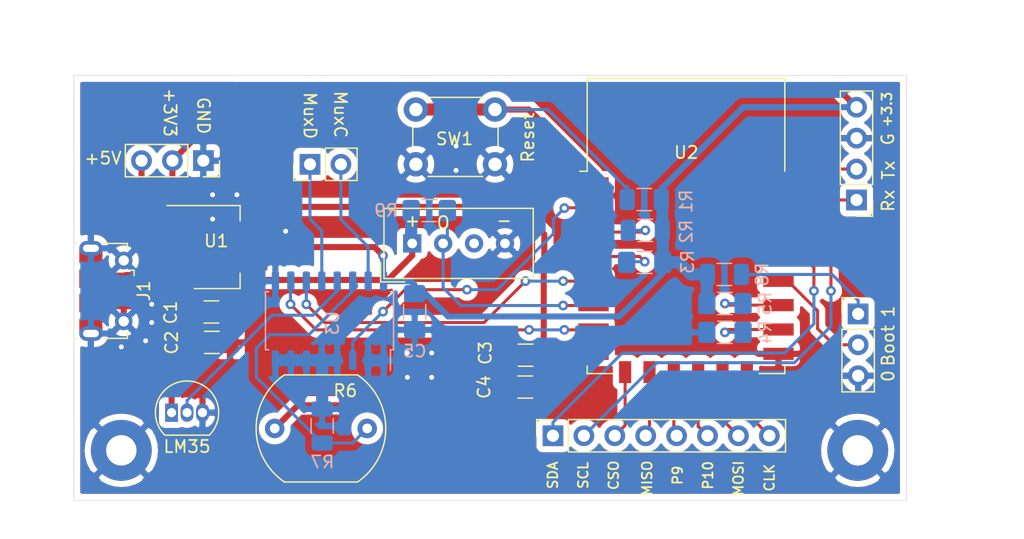
<source format=kicad_pcb>
(kicad_pcb (version 20171130) (host pcbnew "(5.1.5)-3")
  (layers (0 F.Cu signal) (31 B.Cu signal) (34 B.Paste user) (35 F.Paste user) (36 B.SilkS user) (37 F.SilkS user) (38 B.Mask user) (39 F.Mask user) (44 Edge.Cuts user))
  (net 0 "")
  (net 1 GND)
  (net 2 +5V)
  (net 3 +3V3)
  (net 4 "Net-(J1-Pad2)")
  (net 5 "Net-(J1-Pad4)")
  (net 6 "Net-(J1-Pad3)")
  (net 7 RX)
  (net 8 TX)
  (net 9 SDA)
  (net 10 SCL)
  (net 11 CSO)
  (net 12 MISO)
  (net 13 GPIO9)
  (net 14 GPIO10)
  (net 15 MOSI)
  (net 16 SCLK)
  (net 17 "Net-(J4-Pad1)")
  (net 18 GPIO_0)
  (net 19 SensorD)
  (net 20 SensorC)
  (net 21 RST)
  (net 22 "Net-(R2-Pad1)")
  (net 23 "Net-(R3-Pad1)")
  (net 24 "Net-(R4-Pad1)")
  (net 25 "Net-(R5-Pad2)")
  (net 26 LDROut)
  (net 27 ADC)
  (net 28 MuxA)
  (net 29 DHTOut)
  (net 30 MuxB)
  (net 31 TempOut)
  (net 32 "Net-(U5-Pad3)")
  (module MountingHole:MountingHole_2.5mm_Pad (layer F.Cu) (at 105.5 107)
    (fp_text reference REF** hide)
    (fp_text value MountingHole_2.5mm_Pad)
    (pad 1 thru_hole circle (at 0 0) (size 5 5) (drill 2.5) (layers *.Cu *.Mask) (net 1 GND))
  )
  (module MountingHole:MountingHole_2.5mm_Pad (layer F.Cu) (at 166 107)
    (fp_text reference REF** hide)
    (fp_text value MountingHole_2.5mm_Pad)
    (pad 1 thru_hole circle (at 0 0) (size 5 5) (drill 2.5) (layers *.Cu *.Mask) (net 1 GND))
  )
  (module Capacitor_SMD:C_1206_3216Metric_Pad1.42x1.75mm_HandSolder (layer F.Cu) (at 112.902 95.632)
    (fp_text reference C1 (at -3.35 0.04 90) (layer F.SilkS))
    (fp_text value 0.1u)
    (fp_line (start -0.602064 0.91) (end 0.602064 0.91) (layer F.SilkS) (width 0.12))
    (fp_line (start -0.602064 -0.91) (end 0.602064 -0.91) (layer F.SilkS) (width 0.12))
    (pad 2 smd roundrect (at 1.4875 0) (size 1.425 1.75) (layers F.Cu F.Paste F.Mask) (roundrect_rratio 0.175439) (net 1 GND))
    (pad 1 smd roundrect (at -1.4875 0) (size 1.425 1.75) (layers F.Cu F.Paste F.Mask) (roundrect_rratio 0.175439) (net 2 +5V))
  )
  (module Capacitor_SMD:C_1206_3216Metric_Pad1.42x1.75mm_HandSolder (layer F.Cu) (at 112.9395 98.132)
    (fp_text reference C2 (at -3.3075 0.02 90) (layer F.SilkS))
    (fp_text value 0.1u)
    (fp_line (start -0.602064 -0.91) (end 0.602064 -0.91) (layer F.SilkS) (width 0.12))
    (fp_line (start -0.602064 0.91) (end 0.602064 0.91) (layer F.SilkS) (width 0.12))
    (pad 1 smd roundrect (at -1.4875 0) (size 1.425 1.75) (layers F.Cu F.Paste F.Mask) (roundrect_rratio 0.175439) (net 2 +5V))
    (pad 2 smd roundrect (at 1.4875 0) (size 1.425 1.75) (layers F.Cu F.Paste F.Mask) (roundrect_rratio 0.175439) (net 1 GND))
  )
  (module Capacitor_SMD:C_1206_3216Metric_Pad1.42x1.75mm_HandSolder (layer F.Cu) (at 138.7165 99.18 180)
    (fp_text reference C3 (at 3.3165 0.18 90) (layer F.SilkS))
    (fp_text value 0.1u)
    (fp_line (start -0.602064 0.91) (end 0.602064 0.91) (layer F.SilkS) (width 0.12))
    (fp_line (start -0.602064 -0.91) (end 0.602064 -0.91) (layer F.SilkS) (width 0.12))
    (pad 2 smd roundrect (at 1.4875 0 180) (size 1.425 1.75) (layers F.Cu F.Paste F.Mask) (roundrect_rratio 0.175439) (net 1 GND))
    (pad 1 smd roundrect (at -1.4875 0 180) (size 1.425 1.75) (layers F.Cu F.Paste F.Mask) (roundrect_rratio 0.175439) (net 3 +3V3))
  )
  (module Capacitor_SMD:C_1206_3216Metric_Pad1.42x1.75mm_HandSolder (layer F.Cu) (at 138.6875 101.8 180)
    (fp_text reference C4 (at 3.3875 0 90) (layer F.SilkS))
    (fp_text value 0.1u)
    (fp_line (start -0.602064 -0.91) (end 0.602064 -0.91) (layer F.SilkS) (width 0.12))
    (fp_line (start -0.602064 0.91) (end 0.602064 0.91) (layer F.SilkS) (width 0.12))
    (pad 1 smd roundrect (at -1.4875 0 180) (size 1.425 1.75) (layers F.Cu F.Paste F.Mask) (roundrect_rratio 0.175439) (net 3 +3V3))
    (pad 2 smd roundrect (at 1.4875 0 180) (size 1.425 1.75) (layers F.Cu F.Paste F.Mask) (roundrect_rratio 0.175439) (net 1 GND))
  )
  (module Capacitor_SMD:C_1206_3216Metric_Pad1.42x1.75mm_HandSolder (layer B.Cu) (at 129.6 95.6125 270)
    (fp_text reference C5 (at 3.2375 0 180) (layer B.SilkS) (effects (justify mirror)))
    (fp_text value 0.1u)
    (fp_line (start -0.602064 0.91) (end 0.602064 0.91) (layer B.SilkS) (width 0.12))
    (fp_line (start -0.602064 -0.91) (end 0.602064 -0.91) (layer B.SilkS) (width 0.12))
    (pad 1 smd roundrect (at -1.4875 0 270) (size 1.425 1.75) (layers B.Cu B.Paste B.Mask) (roundrect_rratio 0.175439) (net 3 +3V3))
    (pad 2 smd roundrect (at 1.4875 0 270) (size 1.425 1.75) (layers B.Cu B.Paste B.Mask) (roundrect_rratio 0.175439) (net 1 GND))
  )
  (module Connector_USB:USB_Micro-B_Molex-105017-0001 (layer F.Cu) (at 104.2375 93.9 270)
    (fp_text reference J1 (at 0 -3.1125 90) (layer F.SilkS))
    (fp_text value USB_B_Micro)
    (fp_line (start -3.9 -1.7625) (end -3.45 -1.7625) (layer F.SilkS) (width 0.12))
    (fp_line (start -3.9 0.0875) (end -3.9 -1.7625) (layer F.SilkS) (width 0.12))
    (fp_line (start 3.9 2.6375) (end 3.9 2.3875) (layer F.SilkS) (width 0.12))
    (fp_line (start -3.9 2.6375) (end -3.9 2.3875) (layer F.SilkS) (width 0.12))
    (fp_line (start 3.9 0.0875) (end 3.9 -1.7625) (layer F.SilkS) (width 0.12))
    (fp_line (start 3.9 -1.7625) (end 3.45 -1.7625) (layer F.SilkS) (width 0.12))
    (fp_line (start -1.7 -2.3125) (end -1.25 -2.3125) (layer F.SilkS) (width 0.12))
    (fp_line (start -1.7 -2.3125) (end -1.7 -1.8625) (layer F.SilkS) (width 0.12))
    (pad 6 smd rect (at 1 1.2375 270) (size 1.5 1.9) (layers F.Cu F.Paste F.Mask) (net 1 GND))
    (pad 6 thru_hole circle (at -2.5 -1.4625 270) (size 1.45 1.45) (drill 0.85) (layers *.Cu *.Mask) (net 1 GND))
    (pad 2 smd rect (at -0.65 -1.4625 270) (size 0.4 1.35) (layers F.Cu F.Paste F.Mask) (net 4 "Net-(J1-Pad2)"))
    (pad 1 smd rect (at -1.3 -1.4625 270) (size 0.4 1.35) (layers F.Cu F.Paste F.Mask) (net 2 +5V))
    (pad 5 smd rect (at 1.3 -1.4625 270) (size 0.4 1.35) (layers F.Cu F.Paste F.Mask) (net 1 GND))
    (pad 4 smd rect (at 0.65 -1.4625 270) (size 0.4 1.35) (layers F.Cu F.Paste F.Mask) (net 5 "Net-(J1-Pad4)"))
    (pad 3 smd rect (at 0 -1.4625 270) (size 0.4 1.35) (layers F.Cu F.Paste F.Mask) (net 6 "Net-(J1-Pad3)"))
    (pad 6 thru_hole circle (at 2.5 -1.4625 270) (size 1.45 1.45) (drill 0.85) (layers *.Cu *.Mask) (net 1 GND))
    (pad 6 smd rect (at -1 1.2375 270) (size 1.5 1.9) (layers F.Cu F.Paste F.Mask) (net 1 GND))
    (pad 6 thru_hole oval (at -3.5 1.2375 90) (size 1.2 1.9) (drill oval 0.6 1.3) (layers *.Cu *.Mask) (net 1 GND))
    (pad 6 thru_hole oval (at 3.5 1.2375 270) (size 1.2 1.9) (drill oval 0.6 1.3) (layers *.Cu *.Mask) (net 1 GND))
    (pad 6 smd rect (at 2.9 1.2375 270) (size 1.2 1.9) (layers F.Cu F.Mask) (net 1 GND))
    (pad 6 smd rect (at -2.9 1.2375 270) (size 1.2 1.9) (layers F.Cu F.Mask) (net 1 GND))
  )
  (module Connector_PinHeader_2.54mm:PinHeader_1x04_P2.54mm_Vertical (layer F.Cu) (at 165.9 86.43 180)
    (fp_text reference J2 hide)
    (fp_text value FTDI)
    (fp_line (start -1.33 8.95) (end 1.33 8.95) (layer F.SilkS) (width 0.12))
    (fp_line (start -1.33 1.27) (end -1.33 8.95) (layer F.SilkS) (width 0.12))
    (fp_line (start 1.33 1.27) (end 1.33 8.95) (layer F.SilkS) (width 0.12))
    (fp_line (start -1.33 1.27) (end 1.33 1.27) (layer F.SilkS) (width 0.12))
    (fp_line (start -1.33 0) (end -1.33 -1.33) (layer F.SilkS) (width 0.12))
    (fp_line (start -1.33 -1.33) (end 0 -1.33) (layer F.SilkS) (width 0.12))
    (pad 1 thru_hole rect (at 0 0 180) (size 1.7 1.7) (drill 1) (layers *.Cu *.Mask) (net 7 RX))
    (pad 2 thru_hole oval (at 0 2.54 180) (size 1.7 1.7) (drill 1) (layers *.Cu *.Mask) (net 8 TX))
    (pad 3 thru_hole oval (at 0 5.08 180) (size 1.7 1.7) (drill 1) (layers *.Cu *.Mask) (net 1 GND))
    (pad 4 thru_hole oval (at 0 7.62 180) (size 1.7 1.7) (drill 1) (layers *.Cu *.Mask) (net 3 +3V3))
  )
  (module Connector_PinSocket_2.54mm:PinSocket_1x08_P2.54mm_Vertical (layer F.Cu) (at 140.96 105.8 90)
    (fp_text reference J3 hide)
    (fp_text value ExtraPins)
    (fp_line (start -1.33 1.27) (end 1.33 1.27) (layer F.SilkS) (width 0.12))
    (fp_line (start -1.33 1.27) (end -1.33 19.11) (layer F.SilkS) (width 0.12))
    (fp_line (start -1.33 19.11) (end 1.33 19.11) (layer F.SilkS) (width 0.12))
    (fp_line (start 1.33 1.27) (end 1.33 19.11) (layer F.SilkS) (width 0.12))
    (fp_line (start 1.33 -1.33) (end 1.33 0) (layer F.SilkS) (width 0.12))
    (fp_line (start 0 -1.33) (end 1.33 -1.33) (layer F.SilkS) (width 0.12))
    (pad 1 thru_hole rect (at 0 0 90) (size 1.7 1.7) (drill 1) (layers *.Cu *.Mask) (net 9 SDA))
    (pad 2 thru_hole oval (at 0 2.54 90) (size 1.7 1.7) (drill 1) (layers *.Cu *.Mask) (net 10 SCL))
    (pad 3 thru_hole oval (at 0 5.08 90) (size 1.7 1.7) (drill 1) (layers *.Cu *.Mask) (net 11 CSO))
    (pad 4 thru_hole oval (at 0 7.62 90) (size 1.7 1.7) (drill 1) (layers *.Cu *.Mask) (net 12 MISO))
    (pad 5 thru_hole oval (at 0 10.16 90) (size 1.7 1.7) (drill 1) (layers *.Cu *.Mask) (net 13 GPIO9))
    (pad 6 thru_hole oval (at 0 12.7 90) (size 1.7 1.7) (drill 1) (layers *.Cu *.Mask) (net 14 GPIO10))
    (pad 7 thru_hole oval (at 0 15.24 90) (size 1.7 1.7) (drill 1) (layers *.Cu *.Mask) (net 15 MOSI))
    (pad 8 thru_hole oval (at 0 17.78 90) (size 1.7 1.7) (drill 1) (layers *.Cu *.Mask) (net 16 SCLK))
  )
  (module Connector_PinHeader_2.54mm:PinHeader_1x03_P2.54mm_Vertical (layer F.Cu) (at 166.036 95.788)
    (fp_text reference J4 hide)
    (fp_text value ProgJump)
    (fp_line (start -1.33 6.41) (end 1.33 6.41) (layer F.SilkS) (width 0.12))
    (fp_line (start -1.33 1.27) (end -1.33 6.41) (layer F.SilkS) (width 0.12))
    (fp_line (start 1.33 1.27) (end 1.33 6.41) (layer F.SilkS) (width 0.12))
    (fp_line (start -1.33 1.27) (end 1.33 1.27) (layer F.SilkS) (width 0.12))
    (fp_line (start -1.33 0) (end -1.33 -1.33) (layer F.SilkS) (width 0.12))
    (fp_line (start -1.33 -1.33) (end 0 -1.33) (layer F.SilkS) (width 0.12))
    (pad 1 thru_hole rect (at 0 0) (size 1.7 1.7) (drill 1) (layers *.Cu *.Mask) (net 17 "Net-(J4-Pad1)"))
    (pad 2 thru_hole oval (at 0 2.54) (size 1.7 1.7) (drill 1) (layers *.Cu *.Mask) (net 18 GPIO_0))
    (pad 3 thru_hole oval (at 0 5.08) (size 1.7 1.7) (drill 1) (layers *.Cu *.Mask) (net 1 GND))
  )
  (module Connector_PinSocket_2.54mm:PinSocket_1x03_P2.54mm_Vertical (layer F.Cu) (at 112.24 83.2 270)
    (fp_text reference J5 hide)
    (fp_text value PWR)
    (fp_line (start -1.33 1.27) (end 1.33 1.27) (layer F.SilkS) (width 0.12))
    (fp_line (start -1.33 1.27) (end -1.33 6.41) (layer F.SilkS) (width 0.12))
    (fp_line (start -1.33 6.41) (end 1.33 6.41) (layer F.SilkS) (width 0.12))
    (fp_line (start 1.33 1.27) (end 1.33 6.41) (layer F.SilkS) (width 0.12))
    (fp_line (start 1.33 -1.33) (end 1.33 0) (layer F.SilkS) (width 0.12))
    (fp_line (start 0 -1.33) (end 1.33 -1.33) (layer F.SilkS) (width 0.12))
    (pad 1 thru_hole rect (at 0 0 270) (size 1.7 1.7) (drill 1) (layers *.Cu *.Mask) (net 1 GND))
    (pad 2 thru_hole oval (at 0 2.54 270) (size 1.7 1.7) (drill 1) (layers *.Cu *.Mask) (net 3 +3V3))
    (pad 3 thru_hole oval (at 0 5.08 270) (size 1.7 1.7) (drill 1) (layers *.Cu *.Mask) (net 2 +5V))
  )
  (module Connector_PinHeader_2.54mm:PinHeader_1x02_P2.54mm_Vertical (layer F.Cu) (at 121 83.5 90)
    (fp_text reference J6 hide)
    (fp_text value MuxExtra)
    (fp_line (start -1.33 3.87) (end 1.33 3.87) (layer F.SilkS) (width 0.12))
    (fp_line (start -1.33 1.27) (end -1.33 3.87) (layer F.SilkS) (width 0.12))
    (fp_line (start 1.33 1.27) (end 1.33 3.87) (layer F.SilkS) (width 0.12))
    (fp_line (start -1.33 1.27) (end 1.33 1.27) (layer F.SilkS) (width 0.12))
    (fp_line (start -1.33 0) (end -1.33 -1.33) (layer F.SilkS) (width 0.12))
    (fp_line (start -1.33 -1.33) (end 0 -1.33) (layer F.SilkS) (width 0.12))
    (pad 1 thru_hole rect (at 0 0 90) (size 1.7 1.7) (drill 1) (layers *.Cu *.Mask) (net 19 SensorD))
    (pad 2 thru_hole oval (at 0 2.54 90) (size 1.7 1.7) (drill 1) (layers *.Cu *.Mask) (net 20 SensorC))
  )
  (module Resistor_SMD:R_1206_3216Metric (layer B.Cu) (at 148.466 86.396 180)
    (fp_text reference R1 (at -3.434 -0.154 90) (layer B.SilkS) (effects (justify mirror)))
    (fp_text value 10k)
    (fp_line (start -0.602064 -0.91) (end 0.602064 -0.91) (layer B.SilkS) (width 0.12))
    (fp_line (start -0.602064 0.91) (end 0.602064 0.91) (layer B.SilkS) (width 0.12))
    (pad 2 smd roundrect (at 1.4 0 180) (size 1.25 1.75) (layers B.Cu B.Paste B.Mask) (roundrect_rratio 0.2) (net 21 RST))
    (pad 1 smd roundrect (at -1.4 0 180) (size 1.25 1.75) (layers B.Cu B.Paste B.Mask) (roundrect_rratio 0.2) (net 3 +3V3))
  )
  (module Resistor_SMD:R_1206_3216Metric (layer B.Cu) (at 148.546 88.926)
    (fp_text reference R2 (at 3.36 0.1 -90) (layer B.SilkS) (effects (justify mirror)))
    (fp_text value 10k)
    (fp_line (start -0.602064 0.91) (end 0.602064 0.91) (layer B.SilkS) (width 0.12))
    (fp_line (start -0.602064 -0.91) (end 0.602064 -0.91) (layer B.SilkS) (width 0.12))
    (pad 1 smd roundrect (at -1.4 0) (size 1.25 1.75) (layers B.Cu B.Paste B.Mask) (roundrect_rratio 0.2) (net 22 "Net-(R2-Pad1)"))
    (pad 2 smd roundrect (at 1.4 0) (size 1.25 1.75) (layers B.Cu B.Paste B.Mask) (roundrect_rratio 0.2) (net 3 +3V3))
  )
  (module Resistor_SMD:R_1206_3216Metric_Pad1.42x1.75mm_HandSolder (layer B.Cu) (at 148.4985 91.556)
    (fp_text reference R3 (at 3.5275 -0.04 -90) (layer B.SilkS) (effects (justify mirror)))
    (fp_text value 10k)
    (fp_line (start -0.602064 0.91) (end 0.602064 0.91) (layer B.SilkS) (width 0.12))
    (fp_line (start -0.602064 -0.91) (end 0.602064 -0.91) (layer B.SilkS) (width 0.12))
    (pad 1 smd roundrect (at -1.4875 0) (size 1.425 1.75) (layers B.Cu B.Paste B.Mask) (roundrect_rratio 0.175439) (net 23 "Net-(R3-Pad1)"))
    (pad 2 smd roundrect (at 1.4875 0) (size 1.425 1.75) (layers B.Cu B.Paste B.Mask) (roundrect_rratio 0.175439) (net 3 +3V3))
  )
  (module Resistor_SMD:R_1206_3216Metric_Pad1.42x1.75mm_HandSolder (layer B.Cu) (at 155.0885 97.306 180)
    (fp_text reference R4 (at -3.3115 0.006 90) (layer B.SilkS) (effects (justify mirror)))
    (fp_text value 10k)
    (fp_line (start -0.602064 -0.91) (end 0.602064 -0.91) (layer B.SilkS) (width 0.12))
    (fp_line (start -0.602064 0.91) (end 0.602064 0.91) (layer B.SilkS) (width 0.12))
    (pad 2 smd roundrect (at 1.4875 0 180) (size 1.425 1.75) (layers B.Cu B.Paste B.Mask) (roundrect_rratio 0.175439) (net 1 GND))
    (pad 1 smd roundrect (at -1.4875 0 180) (size 1.425 1.75) (layers B.Cu B.Paste B.Mask) (roundrect_rratio 0.175439) (net 24 "Net-(R4-Pad1)"))
  )
  (module Resistor_SMD:R_1206_3216Metric_Pad1.42x1.75mm_HandSolder (layer B.Cu) (at 155.0885 94.936)
    (fp_text reference R5 (at 3.3115 0 270) (layer B.SilkS) (effects (justify mirror)))
    (fp_text value 10k)
    (fp_line (start -0.602064 0.91) (end 0.602064 0.91) (layer B.SilkS) (width 0.12))
    (fp_line (start -0.602064 -0.91) (end 0.602064 -0.91) (layer B.SilkS) (width 0.12))
    (pad 1 smd roundrect (at -1.4875 0) (size 1.425 1.75) (layers B.Cu B.Paste B.Mask) (roundrect_rratio 0.175439) (net 3 +3V3))
    (pad 2 smd roundrect (at 1.4875 0) (size 1.425 1.75) (layers B.Cu B.Paste B.Mask) (roundrect_rratio 0.175439) (net 25 "Net-(R5-Pad2)"))
  )
  (module OptoDevice:R_LDR_10x8.5mm_P7.6mm_Vertical (layer F.Cu) (at 118.1 105.2)
    (fp_text reference R6 (at 5.8 -3.096) (layer F.SilkS))
    (fp_text value LDR03)
    (fp_line (start 0.8 4.4) (end 6.8 4.4) (layer F.SilkS) (width 0.12))
    (fp_line (start 0.8 -4.4) (end 6.8 -4.4) (layer F.SilkS) (width 0.12))
    (fp_arc (start 3.8 0) (end 0.8 4.4) (angle 111) (layer F.SilkS) (width 0.12))
    (fp_arc (start 3.8 0) (end 6.8 -4.4) (angle 111) (layer F.SilkS) (width 0.12))
    (pad 1 thru_hole circle (at 0 0) (size 1.6 1.6) (drill 0.8) (layers *.Cu *.Mask) (net 3 +3V3))
    (pad 2 thru_hole circle (at 7.6 0) (size 1.6 1.6) (drill 0.8) (layers *.Cu *.Mask) (net 26 LDROut))
  )
  (module Resistor_SMD:R_1206_3216Metric (layer B.Cu) (at 122 105 90)
    (fp_text reference R7 (at -2.96 0.02 180) (layer B.SilkS) (effects (justify mirror)))
    (fp_text value 220r)
    (fp_line (start -0.602064 0.91) (end 0.602064 0.91) (layer B.SilkS) (width 0.12))
    (fp_line (start -0.602064 -0.91) (end 0.602064 -0.91) (layer B.SilkS) (width 0.12))
    (pad 1 smd roundrect (at -1.4 0 90) (size 1.25 1.75) (layers B.Cu B.Paste B.Mask) (roundrect_rratio 0.2) (net 26 LDROut))
    (pad 2 smd roundrect (at 1.4 0 90) (size 1.25 1.75) (layers B.Cu B.Paste B.Mask) (roundrect_rratio 0.2) (net 1 GND))
  )
  (module Resistor_SMD:R_1206_3216Metric (layer B.Cu) (at 155.05 92.55)
    (fp_text reference R8 (at 3.1 0 270) (layer B.SilkS) (effects (justify mirror)))
    (fp_text value 10k)
    (fp_line (start -0.602064 -0.91) (end 0.602064 -0.91) (layer B.SilkS) (width 0.12))
    (fp_line (start -0.602064 0.91) (end 0.602064 0.91) (layer B.SilkS) (width 0.12))
    (pad 2 smd roundrect (at 1.4 0) (size 1.25 1.75) (layers B.Cu B.Paste B.Mask) (roundrect_rratio 0.2) (net 17 "Net-(J4-Pad1)"))
    (pad 1 smd roundrect (at -1.4 0) (size 1.25 1.75) (layers B.Cu B.Paste B.Mask) (roundrect_rratio 0.2) (net 3 +3V3))
  )
  (module Package_TO_SOT_SMD:SOT-223-3_TabPin2 (layer F.Cu) (at 113.35 90.3)
    (fp_text reference U1 (at -0.05 -0.5) (layer F.SilkS))
    (fp_text value AMS1117-3.3)
    (fp_line (start 1.91 3.41) (end 1.91 2.15) (layer F.SilkS) (width 0.12))
    (fp_line (start 1.91 -3.41) (end 1.91 -2.15) (layer F.SilkS) (width 0.12))
    (fp_line (start -1.85 3.41) (end 1.91 3.41) (layer F.SilkS) (width 0.12))
    (fp_line (start -4.1 -3.41) (end 1.91 -3.41) (layer F.SilkS) (width 0.12))
    (pad 2 smd rect (at 3.15 0) (size 2 3.8) (layers F.Cu F.Paste F.Mask) (net 3 +3V3))
    (pad 2 smd rect (at -3.15 0) (size 2 1.5) (layers F.Cu F.Paste F.Mask) (net 3 +3V3))
    (pad 3 smd rect (at -3.15 2.3) (size 2 1.5) (layers F.Cu F.Paste F.Mask) (net 2 +5V))
    (pad 1 smd rect (at -3.15 -2.3) (size 2 1.5) (layers F.Cu F.Paste F.Mask) (net 1 GND))
  )
  (module RF_Module:ESP-12E (layer F.Cu) (at 151.891001 88.571001)
    (fp_text reference U2 (at 0.023799 -6.044601) (layer F.SilkS))
    (fp_text value ESP-12F)
    (fp_line (start -8.12 -12.12) (end 8.12 -12.12) (layer F.SilkS) (width 0.12))
    (fp_line (start 8.12 -12.12) (end 8.12 -4.5) (layer F.SilkS) (width 0.12))
    (fp_line (start 8.12 11.5) (end 8.12 12.12) (layer F.SilkS) (width 0.12))
    (fp_line (start 8.12 12.12) (end 6 12.12) (layer F.SilkS) (width 0.12))
    (fp_line (start -6 12.12) (end -8.12 12.12) (layer F.SilkS) (width 0.12))
    (fp_line (start -8.12 12.12) (end -8.12 11.5) (layer F.SilkS) (width 0.12))
    (fp_line (start -8.12 -4.5) (end -8.12 -12.12) (layer F.SilkS) (width 0.12))
    (fp_line (start -8.12 -4.5) (end -8.73 -4.5) (layer F.SilkS) (width 0.12))
    (pad 1 smd rect (at -7.6 -3.5) (size 2.5 1) (layers F.Cu F.Paste F.Mask) (net 21 RST))
    (pad 2 smd rect (at -7.6 -1.5) (size 2.5 1) (layers F.Cu F.Paste F.Mask) (net 27 ADC))
    (pad 3 smd rect (at -7.6 0.5) (size 2.5 1) (layers F.Cu F.Paste F.Mask) (net 22 "Net-(R2-Pad1)"))
    (pad 4 smd rect (at -7.6 2.5) (size 2.5 1) (layers F.Cu F.Paste F.Mask) (net 23 "Net-(R3-Pad1)"))
    (pad 5 smd rect (at -7.6 4.5) (size 2.5 1) (layers F.Cu F.Paste F.Mask) (net 28 MuxA))
    (pad 6 smd rect (at -7.6 6.5) (size 2.5 1) (layers F.Cu F.Paste F.Mask) (net 29 DHTOut))
    (pad 7 smd rect (at -7.6 8.5) (size 2.5 1) (layers F.Cu F.Paste F.Mask) (net 30 MuxB))
    (pad 8 smd rect (at -7.6 10.5) (size 2.5 1) (layers F.Cu F.Paste F.Mask) (net 3 +3V3))
    (pad 9 smd rect (at -5 12) (size 1 1.8) (layers F.Cu F.Paste F.Mask) (net 11 CSO))
    (pad 10 smd rect (at -3 12) (size 1 1.8) (layers F.Cu F.Paste F.Mask) (net 12 MISO))
    (pad 11 smd rect (at -1 12) (size 1 1.8) (layers F.Cu F.Paste F.Mask) (net 13 GPIO9))
    (pad 12 smd rect (at 1 12) (size 1 1.8) (layers F.Cu F.Paste F.Mask) (net 14 GPIO10))
    (pad 13 smd rect (at 3 12) (size 1 1.8) (layers F.Cu F.Paste F.Mask) (net 15 MOSI))
    (pad 14 smd rect (at 5 12) (size 1 1.8) (layers F.Cu F.Paste F.Mask) (net 16 SCLK))
    (pad 15 smd rect (at 7.6 10.5) (size 2.5 1) (layers F.Cu F.Paste F.Mask) (net 1 GND))
    (pad 16 smd rect (at 7.6 8.5) (size 2.5 1) (layers F.Cu F.Paste F.Mask) (net 24 "Net-(R4-Pad1)"))
    (pad 17 smd rect (at 7.6 6.5) (size 2.5 1) (layers F.Cu F.Paste F.Mask) (net 25 "Net-(R5-Pad2)"))
    (pad 18 smd rect (at 7.6 4.5) (size 2.5 1) (layers F.Cu F.Paste F.Mask) (net 18 GPIO_0))
    (pad 19 smd rect (at 7.6 2.5) (size 2.5 1) (layers F.Cu F.Paste F.Mask) (net 9 SDA))
    (pad 20 smd rect (at 7.6 0.5) (size 2.5 1) (layers F.Cu F.Paste F.Mask) (net 10 SCL))
    (pad 21 smd rect (at 7.6 -1.5) (size 2.5 1) (layers F.Cu F.Paste F.Mask) (net 7 RX))
    (pad 22 smd rect (at 7.6 -3.5) (size 2.5 1) (layers F.Cu F.Paste F.Mask) (net 8 TX))
  )
  (module Package_SO:SOP-16_4.55x10.3mm_P1.27mm (layer B.Cu) (at 122.605 96.35 90)
    (fp_text reference U3 (at -0.19 0.25 -90) (layer B.SilkS) (effects (justify mirror)))
    (fp_text value CD4051B)
    (fp_line (start 0 -5.26) (end 2.385 -5.26) (layer B.SilkS) (width 0.12))
    (fp_line (start 2.385 -5.26) (end 2.385 -5.005) (layer B.SilkS) (width 0.12))
    (fp_line (start 0 -5.26) (end -2.385 -5.26) (layer B.SilkS) (width 0.12))
    (fp_line (start -2.385 -5.26) (end -2.385 -5.005) (layer B.SilkS) (width 0.12))
    (fp_line (start 0 5.26) (end 2.385 5.26) (layer B.SilkS) (width 0.12))
    (fp_line (start 2.385 5.26) (end 2.385 5.005) (layer B.SilkS) (width 0.12))
    (fp_line (start 0 5.26) (end -2.385 5.26) (layer B.SilkS) (width 0.12))
    (fp_line (start -2.385 5.26) (end -2.385 5.005) (layer B.SilkS) (width 0.12))
    (fp_line (start -2.385 5.005) (end -4.05 5.005) (layer B.SilkS) (width 0.12))
    (pad 1 smd roundrect (at -3.25 4.445 90) (size 1.6 0.6) (layers B.Cu B.Paste B.Mask) (net 1 GND))
    (pad 2 smd roundrect (at -3.25 3.175 90) (size 1.6 0.6) (layers B.Cu B.Paste B.Mask) (net 1 GND))
    (pad 3 smd roundrect (at -3.25 1.905 90) (size 1.6 0.6) (layers B.Cu B.Paste B.Mask) (net 27 ADC))
    (pad 4 smd roundrect (at -3.25 0.635 90) (size 1.6 0.6) (layers B.Cu B.Paste B.Mask) (net 1 GND))
    (pad 5 smd roundrect (at -3.25 -0.635 90) (size 1.6 0.6) (layers B.Cu B.Paste B.Mask) (net 1 GND))
    (pad 6 smd roundrect (at -3.25 -1.905 90) (size 1.6 0.6) (layers B.Cu B.Paste B.Mask) (net 1 GND))
    (pad 7 smd roundrect (at -3.25 -3.175 90) (size 1.6 0.6) (layers B.Cu B.Paste B.Mask) (net 1 GND))
    (pad 8 smd roundrect (at -3.25 -4.445 90) (size 1.6 0.6) (layers B.Cu B.Paste B.Mask) (net 1 GND))
    (pad 9 smd roundrect (at 3.25 -4.445 90) (size 1.6 0.6) (layers B.Cu B.Paste B.Mask) (net 1 GND))
    (pad 10 smd roundrect (at 3.25 -3.175 90) (size 1.6 0.6) (layers B.Cu B.Paste B.Mask) (net 30 MuxB))
    (pad 11 smd roundrect (at 3.25 -1.905 90) (size 1.6 0.6) (layers B.Cu B.Paste B.Mask) (net 28 MuxA))
    (pad 12 smd roundrect (at 3.25 -0.635 90) (size 1.6 0.6) (layers B.Cu B.Paste B.Mask) (net 19 SensorD))
    (pad 13 smd roundrect (at 3.25 0.635 90) (size 1.6 0.6) (layers B.Cu B.Paste B.Mask) (net 31 TempOut))
    (pad 14 smd roundrect (at 3.25 1.905 90) (size 1.6 0.6) (layers B.Cu B.Paste B.Mask) (net 26 LDROut))
    (pad 15 smd roundrect (at 3.25 3.175 90) (size 1.6 0.6) (layers B.Cu B.Paste B.Mask) (net 20 SensorC))
    (pad 16 smd roundrect (at 3.25 4.445 90) (size 1.6 0.6) (layers B.Cu B.Paste B.Mask) (net 3 +3V3))
  )
  (module Package_TO_SOT_THT:TO-92_Inline (layer F.Cu) (at 109.63 103.9)
    (fp_text reference U4 hide)
    (fp_text value LM35 (at 1.27 2.79) (layer F.SilkS))
    (fp_line (start -0.53 1.85) (end 3.07 1.85) (layer F.SilkS) (width 0.12))
    (fp_arc (start 1.27 0) (end 1.27 -2.6) (angle -135) (layer F.SilkS) (width 0.12))
    (fp_arc (start 1.27 0) (end 1.27 -2.6) (angle 135) (layer F.SilkS) (width 0.12))
    (pad 2 thru_hole oval (at 1.27 0) (size 1.05 1.5) (drill 0.75) (layers *.Cu *.Mask) (net 31 TempOut))
    (pad 3 thru_hole oval (at 2.54 0) (size 1.05 1.5) (drill 0.75) (layers *.Cu *.Mask) (net 1 GND))
    (pad 1 thru_hole rect (at 0 0) (size 1.05 1.5) (drill 0.75) (layers *.Cu *.Mask) (net 2 +5V))
  )
  (module Sensor:Aosong_DHT11_5.5x12.0_P2.54mm (layer F.Cu) (at 129.4 90 90)
    (fp_text reference U5 hide)
    (fp_text value DHT11)
    (fp_line (start -2.87 -2.32) (end 2.87 -2.32) (layer F.SilkS) (width 0.12))
    (fp_line (start 2.88 -2.32) (end 2.88 9.94) (layer F.SilkS) (width 0.12))
    (fp_line (start 2.88 9.94) (end -2.88 9.94) (layer F.SilkS) (width 0.12))
    (fp_line (start -2.88 9.94) (end -2.88 -2.31) (layer F.SilkS) (width 0.12))
    (fp_line (start -3.16 -2.6) (end -3.16 -0.6) (layer F.SilkS) (width 0.12))
    (fp_line (start -3.16 -2.6) (end -1.55 -2.6) (layer F.SilkS) (width 0.12))
    (fp_text user + (at 1.8 -0.05 90) (layer F.SilkS))
    (fp_text user - (at 1.9 7.55) (layer F.SilkS))
    (fp_text user O (at 1.7 2.55 180) (layer F.SilkS))
    (pad 1 thru_hole rect (at 0 0 90) (size 1.5 1.5) (drill 0.8) (layers *.Cu *.Mask) (net 2 +5V))
    (pad 2 thru_hole circle (at 0 2.54 90) (size 1.5 1.5) (drill 0.8) (layers *.Cu *.Mask) (net 29 DHTOut))
    (pad 3 thru_hole circle (at 0 5.08 90) (size 1.5 1.5) (drill 0.8) (layers *.Cu *.Mask) (net 32 "Net-(U5-Pad3)"))
    (pad 4 thru_hole circle (at 0 7.62 90) (size 1.5 1.5) (drill 0.8) (layers *.Cu *.Mask) (net 1 GND))
  )
  (module Button_Switch_THT:SW_PUSH_6mm_H8.5mm (layer F.Cu) (at 136.2 83.5 180)
    (fp_text reference SW1 (at 3.3292 2.0884) (layer F.SilkS))
    (fp_text value ResetButton)
    (fp_line (start 1 5.5) (end 5.5 5.5) (layer F.SilkS) (width 0.12))
    (fp_line (start -0.25 1.5) (end -0.25 3) (layer F.SilkS) (width 0.12))
    (fp_line (start 5.5 -1) (end 1 -1) (layer F.SilkS) (width 0.12))
    (fp_line (start 6.75 3) (end 6.75 1.5) (layer F.SilkS) (width 0.12))
    (pad 2 thru_hole circle (at 0 4.5 270) (size 2 2) (drill 1.1) (layers *.Cu *.Mask) (net 21 RST))
    (pad 1 thru_hole circle (at 0 0 270) (size 2 2) (drill 1.1) (layers *.Cu *.Mask) (net 1 GND))
    (pad 2 thru_hole circle (at 6.5 4.5 270) (size 2 2) (drill 1.1) (layers *.Cu *.Mask) (net 21 RST))
    (pad 1 thru_hole circle (at 6.5 0 270) (size 2 2) (drill 1.1) (layers *.Cu *.Mask) (net 1 GND))
  )
  (module Resistor_SMD:R_1206_3216Metric_Pad1.42x1.75mm_HandSolder (layer B.Cu) (at 130.8 87.3)
    (fp_text reference R9 (at -3.5475 0 180) (layer B.SilkS) (effects (justify mirror)))
    (fp_text value 10k)
    (fp_line (start -0.602064 0.91) (end 0.602064 0.91) (layer B.SilkS) (width 0.12))
    (fp_line (start -0.602064 -0.91) (end 0.602064 -0.91) (layer B.SilkS) (width 0.12))
    (pad 1 smd roundrect (at -1.4875 0) (size 1.425 1.75) (layers B.Cu B.Paste B.Mask) (roundrect_rratio 0.175439) (net 2 +5V))
    (pad 2 smd roundrect (at 1.4875 0) (size 1.425 1.75) (layers B.Cu B.Paste B.Mask) (roundrect_rratio 0.175439) (net 29 DHTOut))
  )
  (gr_text CLK (at 158.75 109.25 90) (layer F.SilkS) (effects (font (size 0.8 0.8))))
  (gr_text +5V (at 104 83) (layer F.SilkS) (effects (font (size 1 1))))
  (gr_text MOSI (at 156.2 109.3 90) (layer F.SilkS) (effects (font (size 0.8 0.8))))
  (gr_text P10 (at 153.7 109.05 90) (layer F.SilkS) (effects (font (size 0.8 0.8))))
  (gr_text P9 (at 151.2 109.05 90) (layer F.SilkS) (effects (font (size 0.8 0.8))))
  (gr_text MISO (at 148.7 109.3 90) (layer F.SilkS) (effects (font (size 0.8 0.8))))
  (gr_text CSO (at 145.95 109.05 90) (layer F.SilkS) (effects (font (size 0.8 0.8))))
  (gr_text SCL (at 143.45 109.05 90) (layer F.SilkS) (effects (font (size 0.8 0.8))))
  (gr_text SDA (at 140.95 109.05 90) (layer F.SilkS) (effects (font (size 0.8 0.8))))
  (gr_text Boot (at 168.5 98.4 90) (layer F.SilkS) (effects (font (size 1 1))))
  (gr_text MuxD (at 121 79.5 270) (layer F.SilkS) (effects (font (size 1 1))))
  (gr_text MuxC (at 123.5 79.4 270) (layer F.SilkS) (effects (font (size 1 1))))
  (gr_text 0 (at 168.5 100.9 90) (layer F.SilkS) (effects (font (size 1 1))))
  (gr_text 1 (at 168.5 95.6 90) (layer F.SilkS) (effects (font (size 1 1))))
  (gr_text "+3.3\n" (at 168.4 79 90) (layer F.SilkS) (effects (font (size 0.8 0.8))))
  (gr_text G (at 168.4772 81.4428 90) (layer F.SilkS) (effects (font (size 1 1))))
  (gr_text Tx (at 168.528 83.9828 90) (layer F.SilkS) (effects (font (size 1 1))))
  (gr_text Rx (at 168.5 86.5 90) (layer F.SilkS) (effects (font (size 1 1))))
  (gr_text Reset (at 138.9 81.3 90) (layer F.SilkS) (effects (font (size 1 1))))
  (gr_text +3V3 (at 109.5 79.25 270) (layer F.SilkS) (effects (font (size 1 1))))
  (gr_text GND (at 112.25 79.5 270) (layer F.SilkS) (effects (font (size 1 1))))
  (gr_line (start 101.6 76.2) (end 170 76.2) (layer Edge.Cuts) (width 0.05))
  (gr_line (start 101.6 111.1) (end 101.6 76.2) (layer Edge.Cuts) (width 0.05))
  (gr_line (start 170 111.1) (end 101.6 111.1) (layer Edge.Cuts) (width 0.05))
  (gr_line (start 170 76.2) (end 170 111.1) (layer Edge.Cuts) (width 0.05))
  (segment (start 118.46 99.6) (end 123.24 99.6) (width 1) (layer B.Cu) (net 1))
  (segment (start 118.16 99.6) (end 118.46 99.6) (width 0.25) (layer B.Cu) (net 1))
  (segment (start 125.78 99.6) (end 127.05 99.6) (width 1) (layer B.Cu) (net 1))
  (segment (start 122 99.63) (end 121.97 99.6) (width 0.25) (layer B.Cu) (net 1))
  (segment (start 122 103.6) (end 122 99.63) (width 1) (layer B.Cu) (net 1))
  (via (at 129 101) (size 0.8) (drill 0.4) (layers F.Cu B.Cu) (net 1))
  (via (at 131 101) (size 0.8) (drill 0.4) (layers F.Cu B.Cu) (net 1))
  (via (at 131 99) (size 0.8) (drill 0.4) (layers F.Cu B.Cu) (net 1))
  (via (at 129 99) (size 0.8) (drill 0.4) (layers F.Cu B.Cu) (net 1))
  (via (at 119 89) (size 0.8) (drill 0.4) (layers F.Cu B.Cu) (net 1))
  (segment (start 105.7 96.4) (end 105.7 95.2) (width 0.5) (layer F.Cu) (net 1))
  (segment (start 105.7 95.2) (end 107.8 95.2) (width 0.3) (layer F.Cu) (net 1))
  (via (at 113 88) (size 0.8) (drill 0.4) (layers F.Cu B.Cu) (net 1))
  (via (at 113 86) (size 0.8) (drill 0.4) (layers F.Cu B.Cu) (net 1))
  (via (at 115 86) (size 0.8) (drill 0.4) (layers F.Cu B.Cu) (net 1))
  (via (at 108 95) (size 0.8) (drill 0.4) (layers F.Cu B.Cu) (net 1))
  (segment (start 107.8 95.2) (end 107.8 95.2) (width 0.3) (layer F.Cu) (net 1))
  (via (at 108 96.5) (size 0.8) (drill 0.4) (layers F.Cu B.Cu) (net 1))
  (via (at 105.5 98.5) (size 0.8) (drill 0.4) (layers F.Cu B.Cu) (net 1))
  (via (at 107.5 98) (size 0.8) (drill 0.4) (layers F.Cu B.Cu) (net 1))
  (via (at 133 84) (size 0.8) (drill 0.4) (layers F.Cu B.Cu) (net 1))
  (via (at 133 82) (size 0.8) (drill 0.4) (layers F.Cu B.Cu) (net 1))
  (segment (start 105.85 92.6) (end 110.2 92.6) (width 0.5) (layer F.Cu) (net 2))
  (segment (start 105.7 92.6) (end 105.85 92.6) (width 0.25) (layer F.Cu) (net 2))
  (segment (start 111.452 95.6695) (end 111.4145 95.632) (width 0.25) (layer F.Cu) (net 2))
  (segment (start 111.452 98.132) (end 111.452 95.6695) (width 0.5) (layer F.Cu) (net 2))
  (segment (start 110.45 92.6) (end 110.2 92.6) (width 0.25) (layer F.Cu) (net 2))
  (segment (start 111.4145 95.632) (end 111.4145 93.8145) (width 0.5) (layer F.Cu) (net 2))
  (segment (start 111.4145 93.8145) (end 110.2 92.6) (width 0.5) (layer F.Cu) (net 2))
  (segment (start 108.95 92.6) (end 110.2 92.6) (width 0.25) (layer F.Cu) (net 2))
  (segment (start 107.75 91.4) (end 108.95 92.6) (width 0.5) (layer F.Cu) (net 2))
  (segment (start 109.63 103.9) (end 109.63 102.12) (width 0.5) (layer F.Cu) (net 2))
  (segment (start 111.452 100.298) (end 111.452 98.132) (width 0.5) (layer F.Cu) (net 2))
  (segment (start 109.63 102.12) (end 111.452 100.298) (width 0.5) (layer F.Cu) (net 2))
  (segment (start 107.16 90.81) (end 107.75 91.4) (width 0.5) (layer F.Cu) (net 2))
  (segment (start 107.16 83.2) (end 107.16 90.81) (width 0.5) (layer F.Cu) (net 2))
  (segment (start 129.3125 89.9125) (end 129.4 90) (width 0.25) (layer B.Cu) (net 2))
  (segment (start 129.3125 87.3) (end 129.3125 89.9125) (width 1) (layer B.Cu) (net 2))
  (segment (start 129.4 91) (end 129.4 90) (width 0.5) (layer F.Cu) (net 2))
  (segment (start 110.2 92.6) (end 113.85 92.6) (width 0.5) (layer F.Cu) (net 2))
  (segment (start 113.85 92.6) (end 114.25 93) (width 0.5) (layer F.Cu) (net 2))
  (segment (start 127.4 93) (end 129.4 91) (width 0.5) (layer F.Cu) (net 2))
  (segment (start 114.25 93) (end 127.4 93) (width 0.5) (layer F.Cu) (net 2))
  (segment (start 110.2 90.3) (end 116.5 90.3) (width 1) (layer F.Cu) (net 3))
  (segment (start 109.7 83.2) (end 109.7 85.55) (width 0.5) (layer F.Cu) (net 3))
  (segment (start 109.7 85.55) (end 108.5 86.75) (width 0.5) (layer F.Cu) (net 3))
  (segment (start 108.95 90.3) (end 110.2 90.3) (width 0.5) (layer F.Cu) (net 3))
  (segment (start 108.5 89.85) (end 108.95 90.3) (width 0.5) (layer F.Cu) (net 3))
  (segment (start 108.5 86.75) (end 108.5 89.85) (width 0.5) (layer F.Cu) (net 3))
  (segment (start 140.175 99.209) (end 140.204 99.18) (width 0.25) (layer F.Cu) (net 3))
  (segment (start 140.175 101.8) (end 140.175 99.209) (width 1) (layer F.Cu) (net 3))
  (segment (start 140.312999 99.071001) (end 140.204 99.18) (width 0.25) (layer F.Cu) (net 3))
  (segment (start 144.291001 99.071001) (end 140.312999 99.071001) (width 1) (layer F.Cu) (net 3))
  (segment (start 149.986 88.966) (end 149.946 88.926) (width 0.25) (layer B.Cu) (net 3))
  (segment (start 149.986 91.556) (end 149.986 88.966) (width 1) (layer B.Cu) (net 3))
  (segment (start 149.946 86.476) (end 149.866 86.396) (width 0.25) (layer B.Cu) (net 3))
  (segment (start 149.946 88.926) (end 149.946 86.476) (width 1) (layer B.Cu) (net 3))
  (segment (start 153.601 92.599) (end 153.65 92.55) (width 0.25) (layer B.Cu) (net 3))
  (segment (start 153.601 94.936) (end 153.601 92.599) (width 1) (layer B.Cu) (net 3))
  (segment (start 149.986 91.556) (end 151.306 91.556) (width 1) (layer B.Cu) (net 3))
  (segment (start 152.3 92.55) (end 153.65 92.55) (width 1) (layer B.Cu) (net 3))
  (segment (start 151.306 91.556) (end 152.3 92.55) (width 1) (layer B.Cu) (net 3))
  (segment (start 129.6 93.4125) (end 129.6 94.125) (width 0.25) (layer B.Cu) (net 3))
  (segment (start 129.2875 93.1) (end 129.6 93.4125) (width 0.5) (layer B.Cu) (net 3))
  (segment (start 127.05 93.1) (end 129.2875 93.1) (width 0.5) (layer B.Cu) (net 3))
  (segment (start 116.5 90.3) (end 116.5 90.3) (width 1) (layer F.Cu) (net 3))
  (via (at 127 91) (size 0.8) (drill 0.4) (layers F.Cu B.Cu) (net 3))
  (segment (start 127 93.05) (end 127.05 93.1) (width 0.25) (layer B.Cu) (net 3))
  (segment (start 127 91) (end 127 93.05) (width 0.5) (layer B.Cu) (net 3))
  (segment (start 126.3 90.3) (end 127 91) (width 0.5) (layer F.Cu) (net 3))
  (segment (start 116.5 90.3) (end 126.3 90.3) (width 0.5) (layer F.Cu) (net 3))
  (segment (start 149.866 85.521) (end 149.866 86.396) (width 0.25) (layer B.Cu) (net 3))
  (segment (start 156.577 78.81) (end 149.866 85.521) (width 0.5) (layer B.Cu) (net 3))
  (segment (start 165.9 78.81) (end 156.577 78.81) (width 0.5) (layer B.Cu) (net 3))
  (segment (start 109.7 83.2) (end 115.65 77.25) (width 0.5) (layer F.Cu) (net 3))
  (segment (start 164.34 77.25) (end 165.9 78.81) (width 0.5) (layer F.Cu) (net 3))
  (segment (start 115.65 77.25) (end 164.34 77.25) (width 0.5) (layer F.Cu) (net 3))
  (segment (start 140.204 91.592998) (end 140.25 91.546998) (width 0.25) (layer F.Cu) (net 3))
  (segment (start 140.204 99.18) (end 140.204 91.592998) (width 0.5) (layer F.Cu) (net 3))
  (segment (start 140.25 91.546998) (end 140.25 89.25) (width 0.5) (layer F.Cu) (net 3))
  (segment (start 140.25 89.25) (end 138 87) (width 0.5) (layer F.Cu) (net 3))
  (segment (start 117.65 87) (end 116.5 88.15) (width 0.5) (layer F.Cu) (net 3))
  (segment (start 116.5 88.15) (end 116.5 90.3) (width 0.5) (layer F.Cu) (net 3))
  (segment (start 138 87) (end 117.65 87) (width 0.5) (layer F.Cu) (net 3))
  (segment (start 130.475 94.125) (end 132.35 96) (width 0.5) (layer B.Cu) (net 3))
  (segment (start 129.6 94.125) (end 130.475 94.125) (width 0.5) (layer B.Cu) (net 3))
  (segment (start 146.417 96) (end 148.292 94.125) (width 0.5) (layer B.Cu) (net 3))
  (segment (start 132.35 96) (end 146.417 96) (width 0.5) (layer B.Cu) (net 3))
  (segment (start 118.1 105.2) (end 120 103.3) (width 0.5) (layer F.Cu) (net 3))
  (segment (start 140.175 102.675) (end 140.175 101.8) (width 0.25) (layer F.Cu) (net 3))
  (segment (start 139.55 103.3) (end 140.175 102.675) (width 0.5) (layer F.Cu) (net 3))
  (segment (start 120 103.3) (end 139.55 103.3) (width 0.5) (layer F.Cu) (net 3))
  (segment (start 149.986 92.431) (end 149.986 91.556) (width 0.25) (layer B.Cu) (net 3))
  (segment (start 148.292 94.125) (end 149.986 92.431) (width 0.5) (layer B.Cu) (net 3))
  (segment (start 159.491001 87.071001) (end 162.428999 87.071001) (width 0.25) (layer F.Cu) (net 7))
  (segment (start 163.07 86.43) (end 165.9 86.43) (width 0.25) (layer F.Cu) (net 7))
  (segment (start 162.428999 87.071001) (end 163.07 86.43) (width 0.25) (layer F.Cu) (net 7))
  (segment (start 165.9 83.89) (end 163.36 83.89) (width 0.25) (layer F.Cu) (net 8))
  (segment (start 162.178999 85.071001) (end 159.491001 85.071001) (width 0.25) (layer F.Cu) (net 8))
  (segment (start 163.36 83.89) (end 162.178999 85.071001) (width 0.25) (layer F.Cu) (net 8))
  (via (at 162.4 93.9) (size 0.8) (drill 0.4) (layers F.Cu B.Cu) (net 9))
  (segment (start 162.4 93.9) (end 162.4 92) (width 0.25) (layer F.Cu) (net 9))
  (segment (start 161.471001 91.071001) (end 159.491001 91.071001) (width 0.25) (layer F.Cu) (net 9))
  (segment (start 162.4 92) (end 161.471001 91.071001) (width 0.25) (layer F.Cu) (net 9))
  (segment (start 140.96 104.7) (end 146.66 99) (width 0.25) (layer B.Cu) (net 9))
  (segment (start 140.96 105.8) (end 140.96 104.7) (width 0.25) (layer B.Cu) (net 9))
  (segment (start 146.66 99) (end 160 99) (width 0.25) (layer B.Cu) (net 9))
  (segment (start 162.4 96.6) (end 162.4 93.9) (width 0.25) (layer B.Cu) (net 9))
  (segment (start 160 99) (end 162.4 96.6) (width 0.25) (layer B.Cu) (net 9))
  (via (at 163.8 93.9) (size 0.8) (drill 0.4) (layers F.Cu B.Cu) (net 10))
  (segment (start 160.991001 89.071001) (end 163 91.08) (width 0.25) (layer F.Cu) (net 10))
  (segment (start 159.491001 89.071001) (end 160.991001 89.071001) (width 0.25) (layer F.Cu) (net 10))
  (segment (start 163 91.08) (end 163 91.1) (width 0.25) (layer F.Cu) (net 10))
  (segment (start 163.8 91.9) (end 163.8 93.9) (width 0.25) (layer F.Cu) (net 10))
  (segment (start 163 91.1) (end 163.8 91.9) (width 0.25) (layer F.Cu) (net 10))
  (segment (start 163.8 96.8) (end 163.8 93.9) (width 0.25) (layer B.Cu) (net 10))
  (segment (start 160.8 99.8) (end 163.8 96.8) (width 0.25) (layer B.Cu) (net 10))
  (segment (start 143.5 105.8) (end 149.5 99.8) (width 0.25) (layer B.Cu) (net 10))
  (segment (start 149.5 99.8) (end 160.8 99.8) (width 0.25) (layer B.Cu) (net 10))
  (segment (start 146.891001 104.948999) (end 146.891001 100.571001) (width 0.25) (layer F.Cu) (net 11))
  (segment (start 146.04 105.8) (end 146.891001 104.948999) (width 0.25) (layer F.Cu) (net 11))
  (segment (start 148.891001 105.488999) (end 148.58 105.8) (width 0.25) (layer F.Cu) (net 12))
  (segment (start 148.891001 100.571001) (end 148.891001 105.488999) (width 0.25) (layer F.Cu) (net 12))
  (segment (start 150.891001 105.571001) (end 151.12 105.8) (width 0.25) (layer F.Cu) (net 13))
  (segment (start 150.891001 100.571001) (end 150.891001 105.571001) (width 0.25) (layer F.Cu) (net 13))
  (segment (start 152.891001 105.031001) (end 153.66 105.8) (width 0.25) (layer F.Cu) (net 14))
  (segment (start 152.891001 100.571001) (end 152.891001 105.031001) (width 0.25) (layer F.Cu) (net 14))
  (segment (start 154.891001 104.491001) (end 154.891001 100.571001) (width 0.25) (layer F.Cu) (net 15))
  (segment (start 156.2 105.8) (end 154.891001 104.491001) (width 0.25) (layer F.Cu) (net 15))
  (segment (start 156.891001 103.951001) (end 156.891001 100.571001) (width 0.25) (layer F.Cu) (net 16))
  (segment (start 158.74 105.8) (end 156.891001 103.951001) (width 0.25) (layer F.Cu) (net 16))
  (segment (start 166.036 94.688) (end 166.036 95.788) (width 0.25) (layer B.Cu) (net 17))
  (segment (start 163.898 92.55) (end 166.036 94.688) (width 0.25) (layer B.Cu) (net 17))
  (segment (start 156.45 92.55) (end 163.898 92.55) (width 0.25) (layer B.Cu) (net 17))
  (segment (start 160.241001 93.071001) (end 159.491001 93.071001) (width 0.25) (layer F.Cu) (net 18))
  (segment (start 166.036 98.328) (end 164.028 98.328) (width 0.25) (layer F.Cu) (net 18))
  (segment (start 162.7 95.53) (end 160.241001 93.071001) (width 0.25) (layer F.Cu) (net 18))
  (segment (start 162.7 97) (end 162.7 95.53) (width 0.25) (layer F.Cu) (net 18))
  (segment (start 164.028 98.328) (end 162.7 97) (width 0.25) (layer F.Cu) (net 18))
  (segment (start 121.97 93.1) (end 121.97 88.97) (width 0.25) (layer B.Cu) (net 19))
  (segment (start 121 88) (end 121 83.5) (width 0.25) (layer B.Cu) (net 19))
  (segment (start 121.97 88.97) (end 121 88) (width 0.25) (layer B.Cu) (net 19))
  (segment (start 125.78 93.1) (end 125.78 90.28) (width 0.25) (layer B.Cu) (net 20))
  (segment (start 123.54 88.04) (end 123.54 83.5) (width 0.25) (layer B.Cu) (net 20))
  (segment (start 125.78 90.28) (end 123.54 88.04) (width 0.25) (layer B.Cu) (net 20))
  (segment (start 129.7 79) (end 136.2 79) (width 1) (layer F.Cu) (net 21))
  (segment (start 144.291001 84.321001) (end 144.291001 85.071001) (width 0.5) (layer F.Cu) (net 21))
  (segment (start 138.97 79) (end 144.291001 84.321001) (width 0.5) (layer F.Cu) (net 21))
  (segment (start 136.2 79) (end 138.97 79) (width 0.5) (layer F.Cu) (net 21))
  (segment (start 147.066 86.396) (end 147.066 85.316) (width 0.25) (layer B.Cu) (net 21))
  (segment (start 147.066 85.521) (end 147.066 86.396) (width 0.25) (layer B.Cu) (net 21))
  (segment (start 140.545 79) (end 147.066 85.521) (width 0.25) (layer B.Cu) (net 21))
  (segment (start 136.2 79) (end 140.545 79) (width 0.25) (layer B.Cu) (net 21))
  (via (at 148.546 88.926) (size 0.8) (drill 0.4) (layers F.Cu B.Cu) (net 22))
  (segment (start 147.146 88.926) (end 148.546 88.926) (width 0.25) (layer B.Cu) (net 22))
  (segment (start 148.400999 89.071001) (end 148.546 88.926) (width 0.25) (layer F.Cu) (net 22))
  (segment (start 144.291001 89.071001) (end 148.400999 89.071001) (width 0.25) (layer F.Cu) (net 22))
  (via (at 148.5 91.5) (size 0.8) (drill 0.4) (layers F.Cu B.Cu) (net 23))
  (segment (start 147.067 91.5) (end 147.011 91.556) (width 0.25) (layer B.Cu) (net 23))
  (segment (start 148.5 91.5) (end 147.067 91.5) (width 0.25) (layer B.Cu) (net 23))
  (segment (start 148.071001 91.071001) (end 148.5 91.5) (width 0.25) (layer F.Cu) (net 23))
  (segment (start 144.291001 91.071001) (end 148.071001 91.071001) (width 0.25) (layer F.Cu) (net 23))
  (via (at 155.0885 97.306) (size 0.8) (drill 0.4) (layers F.Cu B.Cu) (net 24))
  (segment (start 155.0885 97.306) (end 156.576 97.306) (width 0.25) (layer B.Cu) (net 24))
  (segment (start 155.323499 97.071001) (end 155.0885 97.306) (width 0.25) (layer F.Cu) (net 24))
  (segment (start 159.491001 97.071001) (end 155.323499 97.071001) (width 0.25) (layer F.Cu) (net 24))
  (via (at 155.0885 94.936) (size 0.8) (drill 0.4) (layers F.Cu B.Cu) (net 25))
  (segment (start 155.0885 94.936) (end 156.576 94.936) (width 0.25) (layer B.Cu) (net 25))
  (segment (start 155.223501 95.071001) (end 155.0885 94.936) (width 0.25) (layer F.Cu) (net 25))
  (segment (start 159.491001 95.071001) (end 155.223501 95.071001) (width 0.25) (layer F.Cu) (net 25))
  (segment (start 124.5 106.4) (end 125.7 105.2) (width 0.25) (layer B.Cu) (net 26))
  (segment (start 122 106.4) (end 124.5 106.4) (width 0.25) (layer B.Cu) (net 26))
  (segment (start 124.81 93.4) (end 124.81 93.59) (width 0.25) (layer B.Cu) (net 26))
  (segment (start 124.51 93.1) (end 124.81 93.4) (width 0.25) (layer B.Cu) (net 26))
  (segment (start 124.51 93.9) (end 120.91 97.5) (width 0.25) (layer B.Cu) (net 26))
  (segment (start 124.51 93.1) (end 124.51 93.9) (width 0.25) (layer B.Cu) (net 26))
  (segment (start 120.91 97.5) (end 117.7 97.5) (width 0.25) (layer B.Cu) (net 26))
  (segment (start 117.7 97.5) (end 116.6 98.6) (width 0.25) (layer B.Cu) (net 26))
  (segment (start 116.6 98.6) (end 116.6 101) (width 0.25) (layer B.Cu) (net 26))
  (segment (start 116.6 101) (end 122 106.4) (width 0.25) (layer B.Cu) (net 26))
  (via (at 127 95.6) (size 0.8) (drill 0.4) (layers F.Cu B.Cu) (net 27))
  (via (at 133.9 93.8) (size 0.8) (drill 0.4) (layers F.Cu B.Cu) (net 27))
  (via (at 141.9 87.1) (size 0.8) (drill 0.4) (layers F.Cu B.Cu) (net 27))
  (segment (start 124.51 98.09) (end 124.51 99.6) (width 0.25) (layer B.Cu) (net 27))
  (segment (start 127 95.6) (end 124.51 98.09) (width 0.25) (layer B.Cu) (net 27))
  (segment (start 141.928999 87.071001) (end 141.9 87.1) (width 0.25) (layer F.Cu) (net 27))
  (segment (start 144.291001 87.071001) (end 141.928999 87.071001) (width 0.25) (layer F.Cu) (net 27))
  (segment (start 127 95.6) (end 128.8 93.8) (width 0.25) (layer F.Cu) (net 27))
  (segment (start 128.8 93.8) (end 133.9 93.8) (width 0.25) (layer F.Cu) (net 27))
  (segment (start 136.4 93.8) (end 133.9 93.8) (width 0.25) (layer B.Cu) (net 27))
  (segment (start 141 89.2) (end 136.4 93.8) (width 0.25) (layer B.Cu) (net 27))
  (segment (start 141 88) (end 141.9 87.1) (width 0.25) (layer B.Cu) (net 27))
  (segment (start 141 89.2) (end 141 88) (width 0.25) (layer B.Cu) (net 27))
  (via (at 120.7 95) (size 0.8) (drill 0.4) (layers F.Cu B.Cu) (net 28))
  (via (at 138.7 93.1) (size 0.8) (drill 0.4) (layers F.Cu B.Cu) (net 28))
  (via (at 141.8 93.1) (size 0.8) (drill 0.4) (layers F.Cu B.Cu) (net 28))
  (segment (start 144.262002 93.1) (end 144.291001 93.071001) (width 0.25) (layer F.Cu) (net 28))
  (segment (start 141.8 93.1) (end 144.262002 93.1) (width 0.25) (layer F.Cu) (net 28))
  (segment (start 138.7 93.1) (end 141.8 93.1) (width 0.25) (layer B.Cu) (net 28))
  (segment (start 120.7 95) (end 120.7 93.1) (width 0.25) (layer B.Cu) (net 28))
  (segment (start 120.7 95) (end 122.2 96.5) (width 0.25) (layer F.Cu) (net 28))
  (segment (start 122.2 96.5) (end 135.3 96.5) (width 0.25) (layer F.Cu) (net 28))
  (segment (start 135.3 96.5) (end 138.7 93.1) (width 0.25) (layer F.Cu) (net 28))
  (via (at 141.8 95.1) (size 0.8) (drill 0.4) (layers F.Cu B.Cu) (net 29))
  (segment (start 132.2875 89.6525) (end 131.94 90) (width 0.25) (layer B.Cu) (net 29))
  (segment (start 132.2875 87.3) (end 132.2875 89.6525) (width 0.25) (layer B.Cu) (net 29))
  (segment (start 144.262002 95.1) (end 144.291001 95.071001) (width 0.25) (layer F.Cu) (net 29))
  (segment (start 141.8 95.1) (end 144.262002 95.1) (width 0.25) (layer F.Cu) (net 29))
  (segment (start 131.94 93.64) (end 131.94 90) (width 0.25) (layer B.Cu) (net 29))
  (segment (start 141.8 95.1) (end 133.4 95.1) (width 0.25) (layer B.Cu) (net 29))
  (segment (start 133.4 95.1) (end 131.94 93.64) (width 0.25) (layer B.Cu) (net 29))
  (via (at 139 97.1) (size 0.8) (drill 0.4) (layers F.Cu B.Cu) (net 30))
  (via (at 141.9 97.1) (size 0.8) (drill 0.4) (layers F.Cu B.Cu) (net 30))
  (via (at 119.4 95) (size 0.8) (drill 0.4) (layers F.Cu B.Cu) (net 30))
  (segment (start 119.4 93.13) (end 119.43 93.1) (width 0.25) (layer B.Cu) (net 30))
  (segment (start 119.4 95) (end 119.4 93.13) (width 0.25) (layer B.Cu) (net 30))
  (segment (start 144.262002 97.1) (end 144.291001 97.071001) (width 0.25) (layer F.Cu) (net 30))
  (segment (start 141.9 97.1) (end 144.262002 97.1) (width 0.25) (layer F.Cu) (net 30))
  (segment (start 121.5 97.1) (end 119.4 95) (width 0.25) (layer F.Cu) (net 30))
  (segment (start 139 97.1) (end 121.5 97.1) (width 0.25) (layer F.Cu) (net 30))
  (segment (start 139 97.1) (end 141.9 97.1) (width 0.25) (layer B.Cu) (net 30))
  (segment (start 110.9 102.9) (end 117.9 95.9) (width 0.25) (layer B.Cu) (net 31))
  (segment (start 110.9 103.9) (end 110.9 102.9) (width 0.25) (layer B.Cu) (net 31))
  (segment (start 123.24 93.9) (end 123.24 93.1) (width 0.25) (layer B.Cu) (net 31))
  (segment (start 121.24 95.9) (end 123.24 93.9) (width 0.25) (layer B.Cu) (net 31))
  (segment (start 117.9 95.9) (end 121.24 95.9) (width 0.25) (layer B.Cu) (net 31))
  (zone (net 1) (net_name GND) (layer F.Cu) (connect_pads (clearance 0.508)) (min_thickness 0.254) (fill yes (arc_segments 32) (thermal_gap 0.508) (thermal_bridge_width 0.508))
    (polygon (pts (xy 174.1932 113.9952) (xy 100.6348 113.1824) (xy 100.4824 113.1824) (xy 100.9396 75.3872) (xy 173.99 75.3872)))
  )
  (zone (net 1) (net_name GND) (layer B.Cu) (connect_pads (clearance 0.508)) (min_thickness 0.254) (fill yes (arc_segments 32) (thermal_gap 0.508) (thermal_bridge_width 0.508))
    (polygon (pts (xy 174.1424 74.7776) (xy 174.1424 114.3) (xy 100.2284 113.2332) (xy 99.9744 74.5236)))
  )
)
</source>
